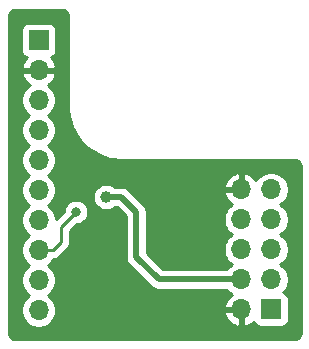
<source format=gbl>
G04 #@! TF.GenerationSoftware,KiCad,Pcbnew,(5.1.5)-2*
G04 #@! TF.CreationDate,2019-12-05T22:10:54+11:00*
G04 #@! TF.ProjectId,BluePill-BitBlaster,426c7565-5069-46c6-9c2d-426974426c61,rev?*
G04 #@! TF.SameCoordinates,Original*
G04 #@! TF.FileFunction,Copper,L2,Bot*
G04 #@! TF.FilePolarity,Positive*
%FSLAX46Y46*%
G04 Gerber Fmt 4.6, Leading zero omitted, Abs format (unit mm)*
G04 Created by KiCad (PCBNEW (5.1.5)-2) date 2019-12-05 22:10:54*
%MOMM*%
%LPD*%
G04 APERTURE LIST*
%ADD10O,1.700000X1.700000*%
%ADD11R,1.700000X1.700000*%
%ADD12C,0.800000*%
%ADD13C,1.000000*%
%ADD14C,0.250000*%
%ADD15C,0.500000*%
%ADD16C,0.254000*%
G04 APERTURE END LIST*
D10*
X128270000Y-62865000D03*
X130810000Y-62865000D03*
X128270000Y-65405000D03*
X130810000Y-65405000D03*
X128270000Y-67945000D03*
X130810000Y-67945000D03*
X128270000Y-70485000D03*
X130810000Y-70485000D03*
X128270000Y-73025000D03*
D11*
X130810000Y-73025000D03*
D10*
X111125000Y-73085000D03*
X111125000Y-70545000D03*
X111125000Y-68005000D03*
X111125000Y-65465000D03*
X111125000Y-62925000D03*
X111125000Y-60385000D03*
X111125000Y-57845000D03*
X111125000Y-55305000D03*
X111125000Y-52765000D03*
D11*
X111125000Y-50225000D03*
D12*
X114300000Y-64770000D03*
D13*
X116840000Y-63500000D03*
D14*
X114300000Y-64770000D02*
X113030000Y-66040000D01*
X113030000Y-66040000D02*
X113030000Y-67310000D01*
X112335000Y-68005000D02*
X111125000Y-68005000D01*
X113030000Y-67310000D02*
X112335000Y-68005000D01*
D15*
X116840000Y-63500000D02*
X118110000Y-63500000D01*
X118110000Y-63500000D02*
X119380000Y-64770000D01*
X119380000Y-64770000D02*
X119380000Y-68580000D01*
X121285000Y-70485000D02*
X128270000Y-70485000D01*
X119380000Y-68580000D02*
X121285000Y-70485000D01*
D16*
G36*
X113147869Y-47664722D02*
G01*
X113261246Y-47698953D01*
X113365819Y-47754555D01*
X113457596Y-47829407D01*
X113533091Y-47920664D01*
X113589419Y-48024844D01*
X113624440Y-48137976D01*
X113640001Y-48286031D01*
X113640000Y-55912418D01*
X113642975Y-55942626D01*
X113642809Y-55966416D01*
X113643709Y-55975587D01*
X113721433Y-56715095D01*
X113733458Y-56773675D01*
X113744670Y-56832453D01*
X113747334Y-56841274D01*
X113967217Y-57551601D01*
X113990392Y-57606731D01*
X114012806Y-57662210D01*
X114017133Y-57670346D01*
X114370799Y-58324437D01*
X114404244Y-58374021D01*
X114437004Y-58424084D01*
X114442828Y-58431225D01*
X114916805Y-59004165D01*
X114959241Y-59046305D01*
X115001104Y-59089055D01*
X115008205Y-59094928D01*
X115584439Y-59564893D01*
X115634247Y-59597986D01*
X115683621Y-59631793D01*
X115691727Y-59636176D01*
X116348271Y-59985266D01*
X116403586Y-60008065D01*
X116458558Y-60031626D01*
X116467361Y-60034351D01*
X117179206Y-60249270D01*
X117237901Y-60260892D01*
X117296397Y-60273326D01*
X117305562Y-60274289D01*
X118045595Y-60346850D01*
X118045598Y-60346850D01*
X118077581Y-60350000D01*
X132682721Y-60350000D01*
X132832869Y-60364722D01*
X132946246Y-60398953D01*
X133050819Y-60454555D01*
X133142596Y-60529407D01*
X133218091Y-60620664D01*
X133274419Y-60724844D01*
X133309440Y-60837976D01*
X133325000Y-60986022D01*
X133325001Y-74897711D01*
X133310278Y-75047869D01*
X133276047Y-75161246D01*
X133220446Y-75265817D01*
X133145594Y-75357595D01*
X133054335Y-75433091D01*
X132950160Y-75489419D01*
X132837024Y-75524440D01*
X132688979Y-75540000D01*
X109252279Y-75540000D01*
X109102131Y-75525278D01*
X108988754Y-75491047D01*
X108884183Y-75435446D01*
X108792405Y-75360594D01*
X108716909Y-75269335D01*
X108660581Y-75165160D01*
X108625560Y-75052024D01*
X108610000Y-74903979D01*
X108610000Y-55158740D01*
X109640000Y-55158740D01*
X109640000Y-55451260D01*
X109697068Y-55738158D01*
X109809010Y-56008411D01*
X109971525Y-56251632D01*
X110178368Y-56458475D01*
X110352760Y-56575000D01*
X110178368Y-56691525D01*
X109971525Y-56898368D01*
X109809010Y-57141589D01*
X109697068Y-57411842D01*
X109640000Y-57698740D01*
X109640000Y-57991260D01*
X109697068Y-58278158D01*
X109809010Y-58548411D01*
X109971525Y-58791632D01*
X110178368Y-58998475D01*
X110352760Y-59115000D01*
X110178368Y-59231525D01*
X109971525Y-59438368D01*
X109809010Y-59681589D01*
X109697068Y-59951842D01*
X109640000Y-60238740D01*
X109640000Y-60531260D01*
X109697068Y-60818158D01*
X109809010Y-61088411D01*
X109971525Y-61331632D01*
X110178368Y-61538475D01*
X110352760Y-61655000D01*
X110178368Y-61771525D01*
X109971525Y-61978368D01*
X109809010Y-62221589D01*
X109697068Y-62491842D01*
X109640000Y-62778740D01*
X109640000Y-63071260D01*
X109697068Y-63358158D01*
X109809010Y-63628411D01*
X109971525Y-63871632D01*
X110178368Y-64078475D01*
X110352760Y-64195000D01*
X110178368Y-64311525D01*
X109971525Y-64518368D01*
X109809010Y-64761589D01*
X109697068Y-65031842D01*
X109640000Y-65318740D01*
X109640000Y-65611260D01*
X109697068Y-65898158D01*
X109809010Y-66168411D01*
X109971525Y-66411632D01*
X110178368Y-66618475D01*
X110352760Y-66735000D01*
X110178368Y-66851525D01*
X109971525Y-67058368D01*
X109809010Y-67301589D01*
X109697068Y-67571842D01*
X109640000Y-67858740D01*
X109640000Y-68151260D01*
X109697068Y-68438158D01*
X109809010Y-68708411D01*
X109971525Y-68951632D01*
X110178368Y-69158475D01*
X110352760Y-69275000D01*
X110178368Y-69391525D01*
X109971525Y-69598368D01*
X109809010Y-69841589D01*
X109697068Y-70111842D01*
X109640000Y-70398740D01*
X109640000Y-70691260D01*
X109697068Y-70978158D01*
X109809010Y-71248411D01*
X109971525Y-71491632D01*
X110178368Y-71698475D01*
X110352760Y-71815000D01*
X110178368Y-71931525D01*
X109971525Y-72138368D01*
X109809010Y-72381589D01*
X109697068Y-72651842D01*
X109640000Y-72938740D01*
X109640000Y-73231260D01*
X109697068Y-73518158D01*
X109809010Y-73788411D01*
X109971525Y-74031632D01*
X110178368Y-74238475D01*
X110421589Y-74400990D01*
X110691842Y-74512932D01*
X110978740Y-74570000D01*
X111271260Y-74570000D01*
X111558158Y-74512932D01*
X111828411Y-74400990D01*
X112071632Y-74238475D01*
X112278475Y-74031632D01*
X112440990Y-73788411D01*
X112552932Y-73518158D01*
X112580037Y-73381890D01*
X126828524Y-73381890D01*
X126873175Y-73529099D01*
X126998359Y-73791920D01*
X127172412Y-74025269D01*
X127388645Y-74220178D01*
X127638748Y-74369157D01*
X127913109Y-74466481D01*
X128143000Y-74345814D01*
X128143000Y-73152000D01*
X126949845Y-73152000D01*
X126828524Y-73381890D01*
X112580037Y-73381890D01*
X112610000Y-73231260D01*
X112610000Y-72938740D01*
X112552932Y-72651842D01*
X112440990Y-72381589D01*
X112278475Y-72138368D01*
X112071632Y-71931525D01*
X111897240Y-71815000D01*
X112071632Y-71698475D01*
X112278475Y-71491632D01*
X112440990Y-71248411D01*
X112552932Y-70978158D01*
X112610000Y-70691260D01*
X112610000Y-70398740D01*
X112552932Y-70111842D01*
X112440990Y-69841589D01*
X112278475Y-69598368D01*
X112071632Y-69391525D01*
X111897240Y-69275000D01*
X112071632Y-69158475D01*
X112278475Y-68951632D01*
X112405351Y-68761748D01*
X112483986Y-68754003D01*
X112627247Y-68710546D01*
X112759276Y-68639974D01*
X112875001Y-68545001D01*
X112898803Y-68515998D01*
X113541008Y-67873795D01*
X113570001Y-67850001D01*
X113593795Y-67821008D01*
X113593799Y-67821004D01*
X113664973Y-67734277D01*
X113664974Y-67734276D01*
X113735546Y-67602247D01*
X113779003Y-67458986D01*
X113790000Y-67347333D01*
X113790000Y-67347324D01*
X113793676Y-67310001D01*
X113790000Y-67272678D01*
X113790000Y-66354801D01*
X114339802Y-65805000D01*
X114401939Y-65805000D01*
X114601898Y-65765226D01*
X114790256Y-65687205D01*
X114959774Y-65573937D01*
X115103937Y-65429774D01*
X115217205Y-65260256D01*
X115295226Y-65071898D01*
X115335000Y-64871939D01*
X115335000Y-64668061D01*
X115295226Y-64468102D01*
X115217205Y-64279744D01*
X115103937Y-64110226D01*
X114959774Y-63966063D01*
X114790256Y-63852795D01*
X114601898Y-63774774D01*
X114401939Y-63735000D01*
X114198061Y-63735000D01*
X113998102Y-63774774D01*
X113809744Y-63852795D01*
X113640226Y-63966063D01*
X113496063Y-64110226D01*
X113382795Y-64279744D01*
X113304774Y-64468102D01*
X113265000Y-64668061D01*
X113265000Y-64730198D01*
X112610000Y-65385199D01*
X112610000Y-65318740D01*
X112552932Y-65031842D01*
X112440990Y-64761589D01*
X112278475Y-64518368D01*
X112071632Y-64311525D01*
X111897240Y-64195000D01*
X112071632Y-64078475D01*
X112278475Y-63871632D01*
X112440990Y-63628411D01*
X112540483Y-63388212D01*
X115705000Y-63388212D01*
X115705000Y-63611788D01*
X115748617Y-63831067D01*
X115834176Y-64037624D01*
X115958388Y-64223520D01*
X116116480Y-64381612D01*
X116302376Y-64505824D01*
X116508933Y-64591383D01*
X116728212Y-64635000D01*
X116951788Y-64635000D01*
X117171067Y-64591383D01*
X117377624Y-64505824D01*
X117558450Y-64385000D01*
X117743422Y-64385000D01*
X118495000Y-65136579D01*
X118495001Y-68536521D01*
X118490719Y-68580000D01*
X118507805Y-68753490D01*
X118558412Y-68920313D01*
X118640590Y-69074059D01*
X118723468Y-69175046D01*
X118723471Y-69175049D01*
X118751184Y-69208817D01*
X118784951Y-69236529D01*
X120628470Y-71080049D01*
X120656183Y-71113817D01*
X120689951Y-71141530D01*
X120689953Y-71141532D01*
X120747075Y-71188411D01*
X120790941Y-71224411D01*
X120944687Y-71306589D01*
X121111510Y-71357195D01*
X121241523Y-71370000D01*
X121241531Y-71370000D01*
X121285000Y-71374281D01*
X121328469Y-71370000D01*
X127075344Y-71370000D01*
X127116525Y-71431632D01*
X127323368Y-71638475D01*
X127505534Y-71760195D01*
X127388645Y-71829822D01*
X127172412Y-72024731D01*
X126998359Y-72258080D01*
X126873175Y-72520901D01*
X126828524Y-72668110D01*
X126949845Y-72898000D01*
X128143000Y-72898000D01*
X128143000Y-72878000D01*
X128397000Y-72878000D01*
X128397000Y-72898000D01*
X128417000Y-72898000D01*
X128417000Y-73152000D01*
X128397000Y-73152000D01*
X128397000Y-74345814D01*
X128626891Y-74466481D01*
X128901252Y-74369157D01*
X129151355Y-74220178D01*
X129347502Y-74043374D01*
X129370498Y-74119180D01*
X129429463Y-74229494D01*
X129508815Y-74326185D01*
X129605506Y-74405537D01*
X129715820Y-74464502D01*
X129835518Y-74500812D01*
X129960000Y-74513072D01*
X131660000Y-74513072D01*
X131784482Y-74500812D01*
X131904180Y-74464502D01*
X132014494Y-74405537D01*
X132111185Y-74326185D01*
X132190537Y-74229494D01*
X132249502Y-74119180D01*
X132285812Y-73999482D01*
X132298072Y-73875000D01*
X132298072Y-72175000D01*
X132285812Y-72050518D01*
X132249502Y-71930820D01*
X132190537Y-71820506D01*
X132111185Y-71723815D01*
X132014494Y-71644463D01*
X131904180Y-71585498D01*
X131831620Y-71563487D01*
X131963475Y-71431632D01*
X132125990Y-71188411D01*
X132237932Y-70918158D01*
X132295000Y-70631260D01*
X132295000Y-70338740D01*
X132237932Y-70051842D01*
X132125990Y-69781589D01*
X131963475Y-69538368D01*
X131756632Y-69331525D01*
X131582240Y-69215000D01*
X131756632Y-69098475D01*
X131963475Y-68891632D01*
X132125990Y-68648411D01*
X132237932Y-68378158D01*
X132295000Y-68091260D01*
X132295000Y-67798740D01*
X132237932Y-67511842D01*
X132125990Y-67241589D01*
X131963475Y-66998368D01*
X131756632Y-66791525D01*
X131582240Y-66675000D01*
X131756632Y-66558475D01*
X131963475Y-66351632D01*
X132125990Y-66108411D01*
X132237932Y-65838158D01*
X132295000Y-65551260D01*
X132295000Y-65258740D01*
X132237932Y-64971842D01*
X132125990Y-64701589D01*
X131963475Y-64458368D01*
X131756632Y-64251525D01*
X131582240Y-64135000D01*
X131756632Y-64018475D01*
X131963475Y-63811632D01*
X132125990Y-63568411D01*
X132237932Y-63298158D01*
X132295000Y-63011260D01*
X132295000Y-62718740D01*
X132237932Y-62431842D01*
X132125990Y-62161589D01*
X131963475Y-61918368D01*
X131756632Y-61711525D01*
X131513411Y-61549010D01*
X131243158Y-61437068D01*
X130956260Y-61380000D01*
X130663740Y-61380000D01*
X130376842Y-61437068D01*
X130106589Y-61549010D01*
X129863368Y-61711525D01*
X129656525Y-61918368D01*
X129538900Y-62094406D01*
X129367588Y-61864731D01*
X129151355Y-61669822D01*
X128901252Y-61520843D01*
X128626891Y-61423519D01*
X128397000Y-61544186D01*
X128397000Y-62738000D01*
X128417000Y-62738000D01*
X128417000Y-62992000D01*
X128397000Y-62992000D01*
X128397000Y-63012000D01*
X128143000Y-63012000D01*
X128143000Y-62992000D01*
X126949845Y-62992000D01*
X126828524Y-63221890D01*
X126873175Y-63369099D01*
X126998359Y-63631920D01*
X127172412Y-63865269D01*
X127388645Y-64060178D01*
X127505534Y-64129805D01*
X127323368Y-64251525D01*
X127116525Y-64458368D01*
X126954010Y-64701589D01*
X126842068Y-64971842D01*
X126785000Y-65258740D01*
X126785000Y-65551260D01*
X126842068Y-65838158D01*
X126954010Y-66108411D01*
X127116525Y-66351632D01*
X127323368Y-66558475D01*
X127497760Y-66675000D01*
X127323368Y-66791525D01*
X127116525Y-66998368D01*
X126954010Y-67241589D01*
X126842068Y-67511842D01*
X126785000Y-67798740D01*
X126785000Y-68091260D01*
X126842068Y-68378158D01*
X126954010Y-68648411D01*
X127116525Y-68891632D01*
X127323368Y-69098475D01*
X127497760Y-69215000D01*
X127323368Y-69331525D01*
X127116525Y-69538368D01*
X127075344Y-69600000D01*
X121651579Y-69600000D01*
X120265000Y-68213422D01*
X120265000Y-64813465D01*
X120269281Y-64769999D01*
X120265000Y-64726533D01*
X120265000Y-64726523D01*
X120252195Y-64596510D01*
X120201589Y-64429687D01*
X120119411Y-64275941D01*
X120076390Y-64223520D01*
X120036532Y-64174953D01*
X120036530Y-64174951D01*
X120008817Y-64141183D01*
X119975050Y-64113471D01*
X118766534Y-62904956D01*
X118738817Y-62871183D01*
X118604059Y-62760589D01*
X118450313Y-62678411D01*
X118283490Y-62627805D01*
X118153477Y-62615000D01*
X118153469Y-62615000D01*
X118110000Y-62610719D01*
X118066531Y-62615000D01*
X117558450Y-62615000D01*
X117398478Y-62508110D01*
X126828524Y-62508110D01*
X126949845Y-62738000D01*
X128143000Y-62738000D01*
X128143000Y-61544186D01*
X127913109Y-61423519D01*
X127638748Y-61520843D01*
X127388645Y-61669822D01*
X127172412Y-61864731D01*
X126998359Y-62098080D01*
X126873175Y-62360901D01*
X126828524Y-62508110D01*
X117398478Y-62508110D01*
X117377624Y-62494176D01*
X117171067Y-62408617D01*
X116951788Y-62365000D01*
X116728212Y-62365000D01*
X116508933Y-62408617D01*
X116302376Y-62494176D01*
X116116480Y-62618388D01*
X115958388Y-62776480D01*
X115834176Y-62962376D01*
X115748617Y-63168933D01*
X115705000Y-63388212D01*
X112540483Y-63388212D01*
X112552932Y-63358158D01*
X112610000Y-63071260D01*
X112610000Y-62778740D01*
X112552932Y-62491842D01*
X112440990Y-62221589D01*
X112278475Y-61978368D01*
X112071632Y-61771525D01*
X111897240Y-61655000D01*
X112071632Y-61538475D01*
X112278475Y-61331632D01*
X112440990Y-61088411D01*
X112552932Y-60818158D01*
X112610000Y-60531260D01*
X112610000Y-60238740D01*
X112552932Y-59951842D01*
X112440990Y-59681589D01*
X112278475Y-59438368D01*
X112071632Y-59231525D01*
X111897240Y-59115000D01*
X112071632Y-58998475D01*
X112278475Y-58791632D01*
X112440990Y-58548411D01*
X112552932Y-58278158D01*
X112610000Y-57991260D01*
X112610000Y-57698740D01*
X112552932Y-57411842D01*
X112440990Y-57141589D01*
X112278475Y-56898368D01*
X112071632Y-56691525D01*
X111897240Y-56575000D01*
X112071632Y-56458475D01*
X112278475Y-56251632D01*
X112440990Y-56008411D01*
X112552932Y-55738158D01*
X112610000Y-55451260D01*
X112610000Y-55158740D01*
X112552932Y-54871842D01*
X112440990Y-54601589D01*
X112278475Y-54358368D01*
X112071632Y-54151525D01*
X111889466Y-54029805D01*
X112006355Y-53960178D01*
X112222588Y-53765269D01*
X112396641Y-53531920D01*
X112521825Y-53269099D01*
X112566476Y-53121890D01*
X112445155Y-52892000D01*
X111252000Y-52892000D01*
X111252000Y-52912000D01*
X110998000Y-52912000D01*
X110998000Y-52892000D01*
X109804845Y-52892000D01*
X109683524Y-53121890D01*
X109728175Y-53269099D01*
X109853359Y-53531920D01*
X110027412Y-53765269D01*
X110243645Y-53960178D01*
X110360534Y-54029805D01*
X110178368Y-54151525D01*
X109971525Y-54358368D01*
X109809010Y-54601589D01*
X109697068Y-54871842D01*
X109640000Y-55158740D01*
X108610000Y-55158740D01*
X108610000Y-49375000D01*
X109636928Y-49375000D01*
X109636928Y-51075000D01*
X109649188Y-51199482D01*
X109685498Y-51319180D01*
X109744463Y-51429494D01*
X109823815Y-51526185D01*
X109920506Y-51605537D01*
X110030820Y-51664502D01*
X110111466Y-51688966D01*
X110027412Y-51764731D01*
X109853359Y-51998080D01*
X109728175Y-52260901D01*
X109683524Y-52408110D01*
X109804845Y-52638000D01*
X110998000Y-52638000D01*
X110998000Y-52618000D01*
X111252000Y-52618000D01*
X111252000Y-52638000D01*
X112445155Y-52638000D01*
X112566476Y-52408110D01*
X112521825Y-52260901D01*
X112396641Y-51998080D01*
X112222588Y-51764731D01*
X112138534Y-51688966D01*
X112219180Y-51664502D01*
X112329494Y-51605537D01*
X112426185Y-51526185D01*
X112505537Y-51429494D01*
X112564502Y-51319180D01*
X112600812Y-51199482D01*
X112613072Y-51075000D01*
X112613072Y-49375000D01*
X112600812Y-49250518D01*
X112564502Y-49130820D01*
X112505537Y-49020506D01*
X112426185Y-48923815D01*
X112329494Y-48844463D01*
X112219180Y-48785498D01*
X112099482Y-48749188D01*
X111975000Y-48736928D01*
X110275000Y-48736928D01*
X110150518Y-48749188D01*
X110030820Y-48785498D01*
X109920506Y-48844463D01*
X109823815Y-48923815D01*
X109744463Y-49020506D01*
X109685498Y-49130820D01*
X109649188Y-49250518D01*
X109636928Y-49375000D01*
X108610000Y-49375000D01*
X108610000Y-48292279D01*
X108624722Y-48142131D01*
X108658953Y-48028754D01*
X108714555Y-47924181D01*
X108789407Y-47832404D01*
X108880664Y-47756909D01*
X108984844Y-47700581D01*
X109097976Y-47665560D01*
X109246022Y-47650000D01*
X112997721Y-47650000D01*
X113147869Y-47664722D01*
G37*
X113147869Y-47664722D02*
X113261246Y-47698953D01*
X113365819Y-47754555D01*
X113457596Y-47829407D01*
X113533091Y-47920664D01*
X113589419Y-48024844D01*
X113624440Y-48137976D01*
X113640001Y-48286031D01*
X113640000Y-55912418D01*
X113642975Y-55942626D01*
X113642809Y-55966416D01*
X113643709Y-55975587D01*
X113721433Y-56715095D01*
X113733458Y-56773675D01*
X113744670Y-56832453D01*
X113747334Y-56841274D01*
X113967217Y-57551601D01*
X113990392Y-57606731D01*
X114012806Y-57662210D01*
X114017133Y-57670346D01*
X114370799Y-58324437D01*
X114404244Y-58374021D01*
X114437004Y-58424084D01*
X114442828Y-58431225D01*
X114916805Y-59004165D01*
X114959241Y-59046305D01*
X115001104Y-59089055D01*
X115008205Y-59094928D01*
X115584439Y-59564893D01*
X115634247Y-59597986D01*
X115683621Y-59631793D01*
X115691727Y-59636176D01*
X116348271Y-59985266D01*
X116403586Y-60008065D01*
X116458558Y-60031626D01*
X116467361Y-60034351D01*
X117179206Y-60249270D01*
X117237901Y-60260892D01*
X117296397Y-60273326D01*
X117305562Y-60274289D01*
X118045595Y-60346850D01*
X118045598Y-60346850D01*
X118077581Y-60350000D01*
X132682721Y-60350000D01*
X132832869Y-60364722D01*
X132946246Y-60398953D01*
X133050819Y-60454555D01*
X133142596Y-60529407D01*
X133218091Y-60620664D01*
X133274419Y-60724844D01*
X133309440Y-60837976D01*
X133325000Y-60986022D01*
X133325001Y-74897711D01*
X133310278Y-75047869D01*
X133276047Y-75161246D01*
X133220446Y-75265817D01*
X133145594Y-75357595D01*
X133054335Y-75433091D01*
X132950160Y-75489419D01*
X132837024Y-75524440D01*
X132688979Y-75540000D01*
X109252279Y-75540000D01*
X109102131Y-75525278D01*
X108988754Y-75491047D01*
X108884183Y-75435446D01*
X108792405Y-75360594D01*
X108716909Y-75269335D01*
X108660581Y-75165160D01*
X108625560Y-75052024D01*
X108610000Y-74903979D01*
X108610000Y-55158740D01*
X109640000Y-55158740D01*
X109640000Y-55451260D01*
X109697068Y-55738158D01*
X109809010Y-56008411D01*
X109971525Y-56251632D01*
X110178368Y-56458475D01*
X110352760Y-56575000D01*
X110178368Y-56691525D01*
X109971525Y-56898368D01*
X109809010Y-57141589D01*
X109697068Y-57411842D01*
X109640000Y-57698740D01*
X109640000Y-57991260D01*
X109697068Y-58278158D01*
X109809010Y-58548411D01*
X109971525Y-58791632D01*
X110178368Y-58998475D01*
X110352760Y-59115000D01*
X110178368Y-59231525D01*
X109971525Y-59438368D01*
X109809010Y-59681589D01*
X109697068Y-59951842D01*
X109640000Y-60238740D01*
X109640000Y-60531260D01*
X109697068Y-60818158D01*
X109809010Y-61088411D01*
X109971525Y-61331632D01*
X110178368Y-61538475D01*
X110352760Y-61655000D01*
X110178368Y-61771525D01*
X109971525Y-61978368D01*
X109809010Y-62221589D01*
X109697068Y-62491842D01*
X109640000Y-62778740D01*
X109640000Y-63071260D01*
X109697068Y-63358158D01*
X109809010Y-63628411D01*
X109971525Y-63871632D01*
X110178368Y-64078475D01*
X110352760Y-64195000D01*
X110178368Y-64311525D01*
X109971525Y-64518368D01*
X109809010Y-64761589D01*
X109697068Y-65031842D01*
X109640000Y-65318740D01*
X109640000Y-65611260D01*
X109697068Y-65898158D01*
X109809010Y-66168411D01*
X109971525Y-66411632D01*
X110178368Y-66618475D01*
X110352760Y-66735000D01*
X110178368Y-66851525D01*
X109971525Y-67058368D01*
X109809010Y-67301589D01*
X109697068Y-67571842D01*
X109640000Y-67858740D01*
X109640000Y-68151260D01*
X109697068Y-68438158D01*
X109809010Y-68708411D01*
X109971525Y-68951632D01*
X110178368Y-69158475D01*
X110352760Y-69275000D01*
X110178368Y-69391525D01*
X109971525Y-69598368D01*
X109809010Y-69841589D01*
X109697068Y-70111842D01*
X109640000Y-70398740D01*
X109640000Y-70691260D01*
X109697068Y-70978158D01*
X109809010Y-71248411D01*
X109971525Y-71491632D01*
X110178368Y-71698475D01*
X110352760Y-71815000D01*
X110178368Y-71931525D01*
X109971525Y-72138368D01*
X109809010Y-72381589D01*
X109697068Y-72651842D01*
X109640000Y-72938740D01*
X109640000Y-73231260D01*
X109697068Y-73518158D01*
X109809010Y-73788411D01*
X109971525Y-74031632D01*
X110178368Y-74238475D01*
X110421589Y-74400990D01*
X110691842Y-74512932D01*
X110978740Y-74570000D01*
X111271260Y-74570000D01*
X111558158Y-74512932D01*
X111828411Y-74400990D01*
X112071632Y-74238475D01*
X112278475Y-74031632D01*
X112440990Y-73788411D01*
X112552932Y-73518158D01*
X112580037Y-73381890D01*
X126828524Y-73381890D01*
X126873175Y-73529099D01*
X126998359Y-73791920D01*
X127172412Y-74025269D01*
X127388645Y-74220178D01*
X127638748Y-74369157D01*
X127913109Y-74466481D01*
X128143000Y-74345814D01*
X128143000Y-73152000D01*
X126949845Y-73152000D01*
X126828524Y-73381890D01*
X112580037Y-73381890D01*
X112610000Y-73231260D01*
X112610000Y-72938740D01*
X112552932Y-72651842D01*
X112440990Y-72381589D01*
X112278475Y-72138368D01*
X112071632Y-71931525D01*
X111897240Y-71815000D01*
X112071632Y-71698475D01*
X112278475Y-71491632D01*
X112440990Y-71248411D01*
X112552932Y-70978158D01*
X112610000Y-70691260D01*
X112610000Y-70398740D01*
X112552932Y-70111842D01*
X112440990Y-69841589D01*
X112278475Y-69598368D01*
X112071632Y-69391525D01*
X111897240Y-69275000D01*
X112071632Y-69158475D01*
X112278475Y-68951632D01*
X112405351Y-68761748D01*
X112483986Y-68754003D01*
X112627247Y-68710546D01*
X112759276Y-68639974D01*
X112875001Y-68545001D01*
X112898803Y-68515998D01*
X113541008Y-67873795D01*
X113570001Y-67850001D01*
X113593795Y-67821008D01*
X113593799Y-67821004D01*
X113664973Y-67734277D01*
X113664974Y-67734276D01*
X113735546Y-67602247D01*
X113779003Y-67458986D01*
X113790000Y-67347333D01*
X113790000Y-67347324D01*
X113793676Y-67310001D01*
X113790000Y-67272678D01*
X113790000Y-66354801D01*
X114339802Y-65805000D01*
X114401939Y-65805000D01*
X114601898Y-65765226D01*
X114790256Y-65687205D01*
X114959774Y-65573937D01*
X115103937Y-65429774D01*
X115217205Y-65260256D01*
X115295226Y-65071898D01*
X115335000Y-64871939D01*
X115335000Y-64668061D01*
X115295226Y-64468102D01*
X115217205Y-64279744D01*
X115103937Y-64110226D01*
X114959774Y-63966063D01*
X114790256Y-63852795D01*
X114601898Y-63774774D01*
X114401939Y-63735000D01*
X114198061Y-63735000D01*
X113998102Y-63774774D01*
X113809744Y-63852795D01*
X113640226Y-63966063D01*
X113496063Y-64110226D01*
X113382795Y-64279744D01*
X113304774Y-64468102D01*
X113265000Y-64668061D01*
X113265000Y-64730198D01*
X112610000Y-65385199D01*
X112610000Y-65318740D01*
X112552932Y-65031842D01*
X112440990Y-64761589D01*
X112278475Y-64518368D01*
X112071632Y-64311525D01*
X111897240Y-64195000D01*
X112071632Y-64078475D01*
X112278475Y-63871632D01*
X112440990Y-63628411D01*
X112540483Y-63388212D01*
X115705000Y-63388212D01*
X115705000Y-63611788D01*
X115748617Y-63831067D01*
X115834176Y-64037624D01*
X115958388Y-64223520D01*
X116116480Y-64381612D01*
X116302376Y-64505824D01*
X116508933Y-64591383D01*
X116728212Y-64635000D01*
X116951788Y-64635000D01*
X117171067Y-64591383D01*
X117377624Y-64505824D01*
X117558450Y-64385000D01*
X117743422Y-64385000D01*
X118495000Y-65136579D01*
X118495001Y-68536521D01*
X118490719Y-68580000D01*
X118507805Y-68753490D01*
X118558412Y-68920313D01*
X118640590Y-69074059D01*
X118723468Y-69175046D01*
X118723471Y-69175049D01*
X118751184Y-69208817D01*
X118784951Y-69236529D01*
X120628470Y-71080049D01*
X120656183Y-71113817D01*
X120689951Y-71141530D01*
X120689953Y-71141532D01*
X120747075Y-71188411D01*
X120790941Y-71224411D01*
X120944687Y-71306589D01*
X121111510Y-71357195D01*
X121241523Y-71370000D01*
X121241531Y-71370000D01*
X121285000Y-71374281D01*
X121328469Y-71370000D01*
X127075344Y-71370000D01*
X127116525Y-71431632D01*
X127323368Y-71638475D01*
X127505534Y-71760195D01*
X127388645Y-71829822D01*
X127172412Y-72024731D01*
X126998359Y-72258080D01*
X126873175Y-72520901D01*
X126828524Y-72668110D01*
X126949845Y-72898000D01*
X128143000Y-72898000D01*
X128143000Y-72878000D01*
X128397000Y-72878000D01*
X128397000Y-72898000D01*
X128417000Y-72898000D01*
X128417000Y-73152000D01*
X128397000Y-73152000D01*
X128397000Y-74345814D01*
X128626891Y-74466481D01*
X128901252Y-74369157D01*
X129151355Y-74220178D01*
X129347502Y-74043374D01*
X129370498Y-74119180D01*
X129429463Y-74229494D01*
X129508815Y-74326185D01*
X129605506Y-74405537D01*
X129715820Y-74464502D01*
X129835518Y-74500812D01*
X129960000Y-74513072D01*
X131660000Y-74513072D01*
X131784482Y-74500812D01*
X131904180Y-74464502D01*
X132014494Y-74405537D01*
X132111185Y-74326185D01*
X132190537Y-74229494D01*
X132249502Y-74119180D01*
X132285812Y-73999482D01*
X132298072Y-73875000D01*
X132298072Y-72175000D01*
X132285812Y-72050518D01*
X132249502Y-71930820D01*
X132190537Y-71820506D01*
X132111185Y-71723815D01*
X132014494Y-71644463D01*
X131904180Y-71585498D01*
X131831620Y-71563487D01*
X131963475Y-71431632D01*
X132125990Y-71188411D01*
X132237932Y-70918158D01*
X132295000Y-70631260D01*
X132295000Y-70338740D01*
X132237932Y-70051842D01*
X132125990Y-69781589D01*
X131963475Y-69538368D01*
X131756632Y-69331525D01*
X131582240Y-69215000D01*
X131756632Y-69098475D01*
X131963475Y-68891632D01*
X132125990Y-68648411D01*
X132237932Y-68378158D01*
X132295000Y-68091260D01*
X132295000Y-67798740D01*
X132237932Y-67511842D01*
X132125990Y-67241589D01*
X131963475Y-66998368D01*
X131756632Y-66791525D01*
X131582240Y-66675000D01*
X131756632Y-66558475D01*
X131963475Y-66351632D01*
X132125990Y-66108411D01*
X132237932Y-65838158D01*
X132295000Y-65551260D01*
X132295000Y-65258740D01*
X132237932Y-64971842D01*
X132125990Y-64701589D01*
X131963475Y-64458368D01*
X131756632Y-64251525D01*
X131582240Y-64135000D01*
X131756632Y-64018475D01*
X131963475Y-63811632D01*
X132125990Y-63568411D01*
X132237932Y-63298158D01*
X132295000Y-63011260D01*
X132295000Y-62718740D01*
X132237932Y-62431842D01*
X132125990Y-62161589D01*
X131963475Y-61918368D01*
X131756632Y-61711525D01*
X131513411Y-61549010D01*
X131243158Y-61437068D01*
X130956260Y-61380000D01*
X130663740Y-61380000D01*
X130376842Y-61437068D01*
X130106589Y-61549010D01*
X129863368Y-61711525D01*
X129656525Y-61918368D01*
X129538900Y-62094406D01*
X129367588Y-61864731D01*
X129151355Y-61669822D01*
X128901252Y-61520843D01*
X128626891Y-61423519D01*
X128397000Y-61544186D01*
X128397000Y-62738000D01*
X128417000Y-62738000D01*
X128417000Y-62992000D01*
X128397000Y-62992000D01*
X128397000Y-63012000D01*
X128143000Y-63012000D01*
X128143000Y-62992000D01*
X126949845Y-62992000D01*
X126828524Y-63221890D01*
X126873175Y-63369099D01*
X126998359Y-63631920D01*
X127172412Y-63865269D01*
X127388645Y-64060178D01*
X127505534Y-64129805D01*
X127323368Y-64251525D01*
X127116525Y-64458368D01*
X126954010Y-64701589D01*
X126842068Y-64971842D01*
X126785000Y-65258740D01*
X126785000Y-65551260D01*
X126842068Y-65838158D01*
X126954010Y-66108411D01*
X127116525Y-66351632D01*
X127323368Y-66558475D01*
X127497760Y-66675000D01*
X127323368Y-66791525D01*
X127116525Y-66998368D01*
X126954010Y-67241589D01*
X126842068Y-67511842D01*
X126785000Y-67798740D01*
X126785000Y-68091260D01*
X126842068Y-68378158D01*
X126954010Y-68648411D01*
X127116525Y-68891632D01*
X127323368Y-69098475D01*
X127497760Y-69215000D01*
X127323368Y-69331525D01*
X127116525Y-69538368D01*
X127075344Y-69600000D01*
X121651579Y-69600000D01*
X120265000Y-68213422D01*
X120265000Y-64813465D01*
X120269281Y-64769999D01*
X120265000Y-64726533D01*
X120265000Y-64726523D01*
X120252195Y-64596510D01*
X120201589Y-64429687D01*
X120119411Y-64275941D01*
X120076390Y-64223520D01*
X120036532Y-64174953D01*
X120036530Y-64174951D01*
X120008817Y-64141183D01*
X119975050Y-64113471D01*
X118766534Y-62904956D01*
X118738817Y-62871183D01*
X118604059Y-62760589D01*
X118450313Y-62678411D01*
X118283490Y-62627805D01*
X118153477Y-62615000D01*
X118153469Y-62615000D01*
X118110000Y-62610719D01*
X118066531Y-62615000D01*
X117558450Y-62615000D01*
X117398478Y-62508110D01*
X126828524Y-62508110D01*
X126949845Y-62738000D01*
X128143000Y-62738000D01*
X128143000Y-61544186D01*
X127913109Y-61423519D01*
X127638748Y-61520843D01*
X127388645Y-61669822D01*
X127172412Y-61864731D01*
X126998359Y-62098080D01*
X126873175Y-62360901D01*
X126828524Y-62508110D01*
X117398478Y-62508110D01*
X117377624Y-62494176D01*
X117171067Y-62408617D01*
X116951788Y-62365000D01*
X116728212Y-62365000D01*
X116508933Y-62408617D01*
X116302376Y-62494176D01*
X116116480Y-62618388D01*
X115958388Y-62776480D01*
X115834176Y-62962376D01*
X115748617Y-63168933D01*
X115705000Y-63388212D01*
X112540483Y-63388212D01*
X112552932Y-63358158D01*
X112610000Y-63071260D01*
X112610000Y-62778740D01*
X112552932Y-62491842D01*
X112440990Y-62221589D01*
X112278475Y-61978368D01*
X112071632Y-61771525D01*
X111897240Y-61655000D01*
X112071632Y-61538475D01*
X112278475Y-61331632D01*
X112440990Y-61088411D01*
X112552932Y-60818158D01*
X112610000Y-60531260D01*
X112610000Y-60238740D01*
X112552932Y-59951842D01*
X112440990Y-59681589D01*
X112278475Y-59438368D01*
X112071632Y-59231525D01*
X111897240Y-59115000D01*
X112071632Y-58998475D01*
X112278475Y-58791632D01*
X112440990Y-58548411D01*
X112552932Y-58278158D01*
X112610000Y-57991260D01*
X112610000Y-57698740D01*
X112552932Y-57411842D01*
X112440990Y-57141589D01*
X112278475Y-56898368D01*
X112071632Y-56691525D01*
X111897240Y-56575000D01*
X112071632Y-56458475D01*
X112278475Y-56251632D01*
X112440990Y-56008411D01*
X112552932Y-55738158D01*
X112610000Y-55451260D01*
X112610000Y-55158740D01*
X112552932Y-54871842D01*
X112440990Y-54601589D01*
X112278475Y-54358368D01*
X112071632Y-54151525D01*
X111889466Y-54029805D01*
X112006355Y-53960178D01*
X112222588Y-53765269D01*
X112396641Y-53531920D01*
X112521825Y-53269099D01*
X112566476Y-53121890D01*
X112445155Y-52892000D01*
X111252000Y-52892000D01*
X111252000Y-52912000D01*
X110998000Y-52912000D01*
X110998000Y-52892000D01*
X109804845Y-52892000D01*
X109683524Y-53121890D01*
X109728175Y-53269099D01*
X109853359Y-53531920D01*
X110027412Y-53765269D01*
X110243645Y-53960178D01*
X110360534Y-54029805D01*
X110178368Y-54151525D01*
X109971525Y-54358368D01*
X109809010Y-54601589D01*
X109697068Y-54871842D01*
X109640000Y-55158740D01*
X108610000Y-55158740D01*
X108610000Y-49375000D01*
X109636928Y-49375000D01*
X109636928Y-51075000D01*
X109649188Y-51199482D01*
X109685498Y-51319180D01*
X109744463Y-51429494D01*
X109823815Y-51526185D01*
X109920506Y-51605537D01*
X110030820Y-51664502D01*
X110111466Y-51688966D01*
X110027412Y-51764731D01*
X109853359Y-51998080D01*
X109728175Y-52260901D01*
X109683524Y-52408110D01*
X109804845Y-52638000D01*
X110998000Y-52638000D01*
X110998000Y-52618000D01*
X111252000Y-52618000D01*
X111252000Y-52638000D01*
X112445155Y-52638000D01*
X112566476Y-52408110D01*
X112521825Y-52260901D01*
X112396641Y-51998080D01*
X112222588Y-51764731D01*
X112138534Y-51688966D01*
X112219180Y-51664502D01*
X112329494Y-51605537D01*
X112426185Y-51526185D01*
X112505537Y-51429494D01*
X112564502Y-51319180D01*
X112600812Y-51199482D01*
X112613072Y-51075000D01*
X112613072Y-49375000D01*
X112600812Y-49250518D01*
X112564502Y-49130820D01*
X112505537Y-49020506D01*
X112426185Y-48923815D01*
X112329494Y-48844463D01*
X112219180Y-48785498D01*
X112099482Y-48749188D01*
X111975000Y-48736928D01*
X110275000Y-48736928D01*
X110150518Y-48749188D01*
X110030820Y-48785498D01*
X109920506Y-48844463D01*
X109823815Y-48923815D01*
X109744463Y-49020506D01*
X109685498Y-49130820D01*
X109649188Y-49250518D01*
X109636928Y-49375000D01*
X108610000Y-49375000D01*
X108610000Y-48292279D01*
X108624722Y-48142131D01*
X108658953Y-48028754D01*
X108714555Y-47924181D01*
X108789407Y-47832404D01*
X108880664Y-47756909D01*
X108984844Y-47700581D01*
X109097976Y-47665560D01*
X109246022Y-47650000D01*
X112997721Y-47650000D01*
X113147869Y-47664722D01*
M02*

</source>
